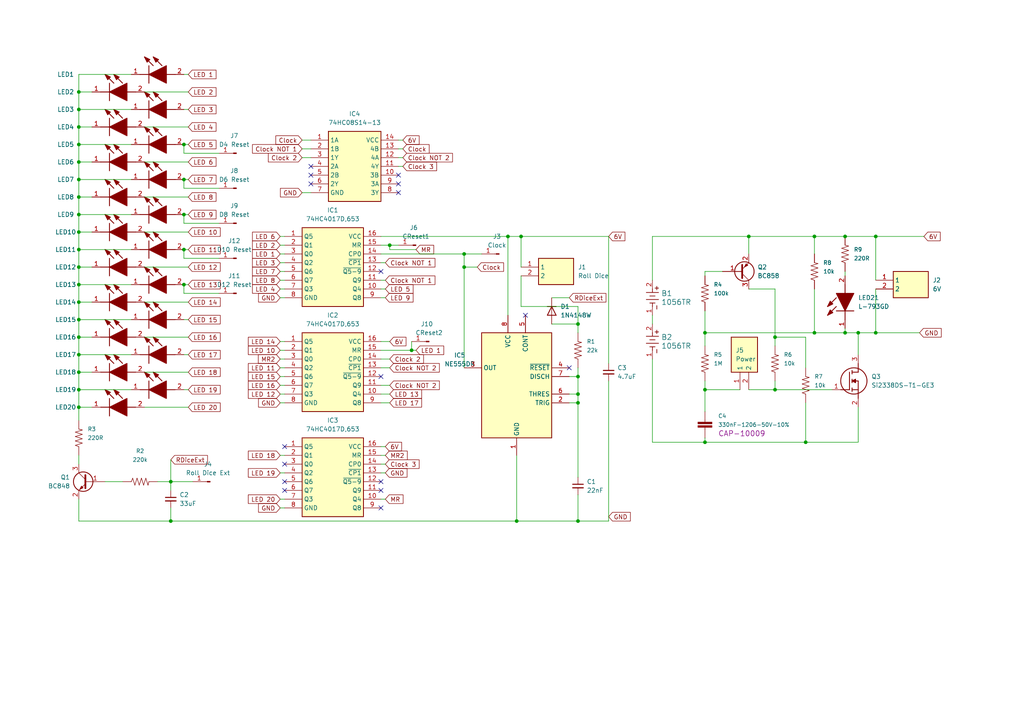
<source format=kicad_sch>
(kicad_sch (version 20230121) (generator eeschema)
  (paper "A4")
  (lib_symbols
    (symbol "CR1220 Holder:1056TR" (pin_names (offset 0.254))
      (property "Reference" "B" (at 4.826 3.81 0))
      (property "Value" "1056TR" (at 4.826 -3.81 0))
      (symbol "1056TR_0_1"
        (pin unspecified line (at 10.16 0 180) (length 2.54) (name "") (number "1"))
        (pin unspecified line (at 0 0 0) (length 2.54) (name "") (number "2"))
      )
    )
    (symbol "Connector:Conn_01x01_Pin" (pin_names (offset 1.016) hide)
      (property "Reference" "J" (at 0 2.54 0))
      (property "Value" "Conn_01x01_Pin" (at 0 -2.54 0))
      (symbol "Conn_01x01_Pin_1_1"
        (pin passive line (at 5.08 0 180) (length 3.81) (name "Pin_1") (number "1"))
      )
    )
    (symbol "Device:C_Small" (pin_numbers hide) (pin_names (offset 0.254) hide)
      (property "Reference" "C" (at 0.254 1.778 0))
      (property "Value" "C_Small" (at 0.254 -2.032 0))
      (symbol "C_Small_1_1"
        (pin passive line (at 0 2.54 270) (length 2.032) (name "~") (number "1"))
        (pin passive line (at 0 -2.54 90) (length 2.032) (name "~") (number "2"))
      )
    )
    (symbol "Diode:1N4148W" (pin_numbers hide) (pin_names hide)
      (property "Reference" "D" (at 0 2.54 0))
      (property "Value" "1N4148W" (at 0 -2.54 0))
      (symbol "1N4148W_1_1"
        (pin passive line (at -3.81 0 0) (length 2.54) (name "K") (number "1"))
        (pin passive line (at 3.81 0 180) (length 2.54) (name "A") (number "2"))
      )
    )
    (symbol "SamacSys_Parts:1776119-2"
      (property "Reference" "J" (at 16.51 7.62 0))
      (property "Value" "1776119-2" (at 16.51 5.08 0))
      (symbol "1776119-2_1_1"
        (pin passive line (at 0 0 0) (length 5.08) (name "1") (number "1"))
        (pin passive line (at 0 -2.54 0) (length 5.08) (name "2") (number "2"))
      )
    )
    (symbol "SamacSys_Parts:74HC08S14-13"
      (property "Reference" "IC" (at 21.59 7.62 0))
      (property "Value" "74HC08S14-13" (at 21.59 5.08 0))
      (symbol "74HC08S14-13_1_1"
        (pin passive line (at 0 0 0) (length 5.08) (name "1A") (number "1"))
        (pin passive line (at 25.4 -10.16 180) (length 5.08) (name "3B") (number "10"))
        (pin passive line (at 25.4 -7.62 180) (length 5.08) (name "4Y") (number "11"))
        (pin passive line (at 25.4 -5.08 180) (length 5.08) (name "4A") (number "12"))
        (pin passive line (at 25.4 -2.54 180) (length 5.08) (name "4B") (number "13"))
        (pin passive line (at 25.4 0 180) (length 5.08) (name "VCC") (number "14"))
        (pin passive line (at 0 -2.54 0) (length 5.08) (name "1B") (number "2"))
        (pin passive line (at 0 -5.08 0) (length 5.08) (name "1Y") (number "3"))
        (pin passive line (at 0 -7.62 0) (length 5.08) (name "2A") (number "4"))
        (pin passive line (at 0 -10.16 0) (length 5.08) (name "2B") (number "5"))
        (pin passive line (at 0 -12.7 0) (length 5.08) (name "2Y") (number "6"))
        (pin passive line (at 0 -15.24 0) (length 5.08) (name "GND") (number "7"))
        (pin passive line (at 25.4 -15.24 180) (length 5.08) (name "3Y") (number "8"))
        (pin passive line (at 25.4 -12.7 180) (length 5.08) (name "3A") (number "9"))
      )
    )
    (symbol "SamacSys_Parts:74HC4017D,653"
      (property "Reference" "IC" (at 24.13 7.62 0))
      (property "Value" "74HC4017D,653" (at 24.13 5.08 0))
      (symbol "74HC4017D,653_1_1"
        (pin passive line (at 0 0 0) (length 5.08) (name "Q5") (number "1"))
        (pin passive line (at 27.94 -15.24 180) (length 5.08) (name "Q4") (number "10"))
        (pin passive line (at 27.94 -12.7 180) (length 5.08) (name "Q9") (number "11"))
        (pin passive line (at 27.94 -10.16 180) (length 5.08) (name "~{Q5-9}") (number "12"))
        (pin passive line (at 27.94 -7.62 180) (length 5.08) (name "~{CP1}") (number "13"))
        (pin passive line (at 27.94 -5.08 180) (length 5.08) (name "CP0") (number "14"))
        (pin passive line (at 27.94 -2.54 180) (length 5.08) (name "MR") (number "15"))
        (pin passive line (at 27.94 0 180) (length 5.08) (name "VCC") (number "16"))
        (pin passive line (at 0 -2.54 0) (length 5.08) (name "Q1") (number "2"))
        (pin passive line (at 0 -5.08 0) (length 5.08) (name "Q0") (number "3"))
        (pin passive line (at 0 -7.62 0) (length 5.08) (name "Q2") (number "4"))
        (pin passive line (at 0 -10.16 0) (length 5.08) (name "Q6") (number "5"))
        (pin passive line (at 0 -12.7 0) (length 5.08) (name "Q7") (number "6"))
        (pin passive line (at 0 -15.24 0) (length 5.08) (name "Q3") (number "7"))
        (pin passive line (at 0 -17.78 0) (length 5.08) (name "GND") (number "8"))
        (pin passive line (at 27.94 -17.78 180) (length 5.08) (name "Q8") (number "9"))
      )
    )
    (symbol "SamacSys_Parts:L-793GD" (pin_names hide)
      (property "Reference" "LED" (at 12.7 8.89 0))
      (property "Value" "L-793GD" (at 12.7 6.35 0))
      (symbol "L-793GD_1_1"
        (pin passive line (at 0 0 0) (length 2.54) (name "K") (number "1"))
        (pin passive line (at 15.24 0 180) (length 2.54) (name "A") (number "2"))
      )
    )
    (symbol "SamacSys_Parts:NE555DR"
      (property "Reference" "IC" (at 26.67 15.24 0))
      (property "Value" "NE555DR" (at 26.67 12.7 0))
      (symbol "NE555DR_1_1"
        (pin passive line (at 15.24 -25.4 90) (length 5.08) (name "GND") (number "1"))
        (pin passive line (at 0 -10.16 0) (length 5.08) (name "TRIG") (number "2"))
        (pin passive line (at 30.48 0 180) (length 5.08) (name "OUT") (number "3"))
        (pin passive line (at 0 0 0) (length 5.08) (name "~{RESET}") (number "4"))
        (pin passive line (at 12.7 15.24 270) (length 5.08) (name "CONT") (number "5"))
        (pin passive line (at 0 -7.62 0) (length 5.08) (name "THRES") (number "6"))
        (pin passive line (at 0 -2.54 0) (length 5.08) (name "DISCH") (number "7"))
        (pin passive line (at 17.78 15.24 270) (length 5.08) (name "VCC") (number "8"))
      )
    )
    (symbol "SamacSys_Parts:Si2338DS-T1-GE3" (pin_names hide)
      (property "Reference" "Q" (at 11.43 3.81 0))
      (property "Value" "Si2338DS-T1-GE3" (at 11.43 1.27 0))
      (symbol "Si2338DS-T1-GE3_1_1"
        (pin input line (at 0 0 0) (length 2.54) (name "G") (number "1"))
        (pin bidirectional line (at 7.62 -5.08 90) (length 2.54) (name "S") (number "2"))
        (pin bidirectional line (at 7.62 10.16 270) (length 2.54) (name "D") (number "3"))
      )
    )
    (symbol "SparkFun-Capacitors:2.2UF-1206-50V-10%" (pin_numbers hide) (pin_names (offset 1.016) hide)
      (property "Reference" "C" (at 1.524 2.921 0))
      (property "Value" "2.2UF-1206-50V-10%" (at 1.524 -2.159 0))
      (property "Field4" "CAP-10009" (at 0 7.62 0))
      (symbol "2.2UF-1206-50V-10%_1_1"
        (pin passive line (at 0 5.08 270) (length 2.54) (name "1") (number "1"))
        (pin passive line (at 0 -2.54 90) (length 2.54) (name "2") (number "2"))
      )
    )
    (symbol "SparkFun-Resistors:RESISTOR1206" (pin_numbers hide) (pin_names (offset 1.016) hide)
      (property "Reference" "R" (at -5.08 1.27 0))
      (property "Value" "RESISTOR1206" (at -5.08 -3.81 0))
      (property "Field4" " " (at 0 5.08 0))
      (symbol "RESISTOR1206_1_1"
        (pin passive line (at -5.08 0 0) (length 2.54) (name "1") (number "1"))
        (pin passive line (at 5.08 0 180) (length 2.54) (name "2") (number "2"))
      )
    )
    (symbol "Transistor_BJT:BC848" (pin_names (offset 0) hide)
      (property "Reference" "Q" (at 5.08 1.905 0))
      (property "Value" "BC848" (at 5.08 0 0))
      (symbol "BC848_1_1"
        (pin input line (at -5.08 0 0) (length 5.715) (name "B") (number "1"))
        (pin passive line (at 2.54 -5.08 90) (length 2.54) (name "E") (number "2"))
        (pin passive line (at 2.54 5.08 270) (length 2.54) (name "C") (number "3"))
      )
    )
    (symbol "Transistor_BJT:BC858" (pin_names (offset 0) hide)
      (property "Reference" "Q" (at 5.08 1.905 0))
      (property "Value" "BC858" (at 5.08 0 0))
      (symbol "BC858_1_1"
        (pin input line (at -5.08 0 0) (length 5.715) (name "B") (number "1"))
        (pin passive line (at 2.54 -5.08 90) (length 2.54) (name "E") (number "2"))
        (pin passive line (at 2.54 5.08 270) (length 2.54) (name "C") (number "3"))
      )
    )
  )
  (junction (at 22.86 92.71))
  (junction (at 224.79 113.03))
  (junction (at 22.86 31.75))
  (junction (at 134.62 73.66))
  (junction (at 204.47 96.52))
  (junction (at 204.47 113.03))
  (junction (at 147.32 68.58))
  (junction (at 53.34 62.23))
  (junction (at 167.64 109.22))
  (junction (at 22.86 41.91))
  (junction (at 53.34 41.91))
  (junction (at 22.86 57.15))
  (junction (at 254 68.58))
  (junction (at 22.86 102.87))
  (junction (at 236.22 96.52))
  (junction (at 53.34 72.39))
  (junction (at 113.03 71.12))
  (junction (at 151.13 68.58))
  (junction (at 167.64 114.3))
  (junction (at 245.11 96.52))
  (junction (at 22.86 72.39))
  (junction (at 217.17 68.58))
  (junction (at 245.11 68.58))
  (junction (at 236.22 68.58))
  (junction (at 22.86 118.11))
  (junction (at 22.86 113.03))
  (junction (at 204.47 128.27))
  (junction (at 22.86 52.07))
  (junction (at 119.38 101.6))
  (junction (at 224.79 97.79))
  (junction (at 22.86 46.99))
  (junction (at 22.86 97.79))
  (junction (at 134.62 77.47))
  (junction (at 22.86 87.63))
  (junction (at 22.86 26.67))
  (junction (at 167.64 151.13))
  (junction (at 53.34 52.07))
  (junction (at 167.64 116.84))
  (junction (at 22.86 36.83))
  (junction (at 233.68 128.27))
  (junction (at 254 96.52))
  (junction (at 248.92 96.52))
  (junction (at 149.86 151.13))
  (junction (at 22.86 62.23))
  (junction (at 22.86 67.31))
  (junction (at 53.34 82.55))
  (junction (at 49.53 139.7))
  (junction (at 167.64 93.98))
  (junction (at 22.86 107.95))
  (junction (at 22.86 77.47))
  (junction (at 22.86 82.55))
  (junction (at 49.53 151.13))
  (no_connect (at 110.49 139.7))
  (no_connect (at 115.57 53.34))
  (no_connect (at 90.17 50.8))
  (no_connect (at 110.49 78.74))
  (no_connect (at 115.57 55.88))
  (no_connect (at 82.55 139.7))
  (no_connect (at 82.55 129.54))
  (no_connect (at 90.17 48.26))
  (no_connect (at 152.4 91.44))
  (no_connect (at 110.49 109.22))
  (no_connect (at 165.1 106.68))
  (no_connect (at 82.55 134.62))
  (no_connect (at 90.17 53.34))
  (no_connect (at 110.49 147.32))
  (no_connect (at 110.49 142.24))
  (no_connect (at 115.57 50.8))
  (no_connect (at 82.55 142.24))
  (wire (pts (xy 110.49 99.06) (xy 113.03 99.06)))
  (wire (pts (xy 81.28 86.36) (xy 82.55 86.36)))
  (wire (pts (xy 151.13 88.9) (xy 167.64 88.9)))
  (wire (pts (xy 81.28 132.08) (xy 82.55 132.08)))
  (wire (pts (xy 22.86 118.11) (xy 26.67 118.11)))
  (wire (pts (xy 245.11 68.58) (xy 236.22 68.58)))
  (wire (pts (xy 149.86 132.08) (xy 149.86 151.13)))
  (wire (pts (xy 22.86 92.71) (xy 22.86 97.79)))
  (wire (pts (xy 81.28 137.16) (xy 82.55 137.16)))
  (wire (pts (xy 41.91 57.15) (xy 54.61 57.15)))
  (wire (pts (xy 236.22 68.58) (xy 217.17 68.58)))
  (wire (pts (xy 113.03 72.39) (xy 113.03 71.12)))
  (wire (pts (xy 81.28 101.6) (xy 82.55 101.6)))
  (wire (pts (xy 53.34 44.45) (xy 53.34 41.91)))
  (wire (pts (xy 217.17 68.58) (xy 217.17 73.66)))
  (wire (pts (xy 236.22 83.82) (xy 236.22 96.52)))
  (wire (pts (xy 245.11 96.52) (xy 245.11 95.25)))
  (wire (pts (xy 176.53 151.13) (xy 167.64 151.13)))
  (wire (pts (xy 41.91 67.31) (xy 54.61 67.31)))
  (wire (pts (xy 254 96.52) (xy 266.7 96.52)))
  (wire (pts (xy 224.79 97.79) (xy 224.79 100.33)))
  (wire (pts (xy 22.86 52.07) (xy 38.1 52.07)))
  (wire (pts (xy 63.5 54.61) (xy 53.34 54.61)))
  (wire (pts (xy 81.28 144.78) (xy 82.55 144.78)))
  (wire (pts (xy 110.49 86.36) (xy 111.76 86.36)))
  (wire (pts (xy 110.49 83.82) (xy 111.76 83.82)))
  (wire (pts (xy 81.28 99.06) (xy 82.55 99.06)))
  (wire (pts (xy 189.23 68.58) (xy 189.23 81.28)))
  (wire (pts (xy 167.64 143.51) (xy 167.64 151.13)))
  (wire (pts (xy 165.1 114.3) (xy 167.64 114.3)))
  (wire (pts (xy 110.49 81.28) (xy 111.76 81.28)))
  (wire (pts (xy 147.32 68.58) (xy 147.32 91.44)))
  (wire (pts (xy 110.49 111.76) (xy 113.03 111.76)))
  (wire (pts (xy 22.86 46.99) (xy 22.86 52.07)))
  (wire (pts (xy 22.86 97.79) (xy 26.67 97.79)))
  (wire (pts (xy 81.28 68.58) (xy 82.55 68.58)))
  (wire (pts (xy 110.49 114.3) (xy 113.03 114.3)))
  (wire (pts (xy 53.34 102.87) (xy 54.61 102.87)))
  (wire (pts (xy 81.28 106.68) (xy 82.55 106.68)))
  (wire (pts (xy 233.68 97.79) (xy 233.68 106.68)))
  (wire (pts (xy 41.91 26.67) (xy 54.61 26.67)))
  (wire (pts (xy 41.91 46.99) (xy 54.61 46.99)))
  (wire (pts (xy 22.86 92.71) (xy 38.1 92.71)))
  (wire (pts (xy 134.62 73.66) (xy 134.62 77.47)))
  (wire (pts (xy 53.34 62.23) (xy 54.61 62.23)))
  (wire (pts (xy 22.86 77.47) (xy 26.67 77.47)))
  (wire (pts (xy 22.86 87.63) (xy 22.86 92.71)))
  (wire (pts (xy 22.86 97.79) (xy 22.86 102.87)))
  (wire (pts (xy 204.47 113.03) (xy 214.63 113.03)))
  (wire (pts (xy 22.86 113.03) (xy 22.86 118.11)))
  (wire (pts (xy 22.86 62.23) (xy 38.1 62.23)))
  (wire (pts (xy 134.62 77.47) (xy 134.62 106.68)))
  (wire (pts (xy 110.49 144.78) (xy 111.76 144.78)))
  (wire (pts (xy 49.53 139.7) (xy 49.53 142.24)))
  (wire (pts (xy 22.86 41.91) (xy 22.86 46.99)))
  (wire (pts (xy 204.47 113.03) (xy 204.47 119.38)))
  (wire (pts (xy 167.64 109.22) (xy 167.64 114.3)))
  (wire (pts (xy 49.53 147.32) (xy 49.53 151.13)))
  (wire (pts (xy 22.86 151.13) (xy 22.86 144.78)))
  (wire (pts (xy 233.68 128.27) (xy 248.92 128.27)))
  (wire (pts (xy 204.47 127) (xy 204.47 128.27)))
  (wire (pts (xy 167.64 106.68) (xy 167.64 109.22)))
  (wire (pts (xy 204.47 78.74) (xy 204.47 80.01)))
  (wire (pts (xy 22.86 67.31) (xy 22.86 72.39)))
  (wire (pts (xy 22.86 72.39) (xy 22.86 77.47)))
  (wire (pts (xy 22.86 132.08) (xy 22.86 134.62)))
  (wire (pts (xy 134.62 73.66) (xy 139.7 73.66)))
  (wire (pts (xy 22.86 41.91) (xy 38.1 41.91)))
  (wire (pts (xy 224.79 113.03) (xy 224.79 110.49)))
  (wire (pts (xy 165.1 109.22) (xy 167.64 109.22)))
  (wire (pts (xy 53.34 54.61) (xy 53.34 52.07)))
  (wire (pts (xy 81.28 114.3) (xy 82.55 114.3)))
  (wire (pts (xy 204.47 96.52) (xy 236.22 96.52)))
  (wire (pts (xy 138.43 77.47) (xy 134.62 77.47)))
  (wire (pts (xy 204.47 96.52) (xy 204.47 100.33)))
  (wire (pts (xy 22.86 107.95) (xy 22.86 113.03)))
  (wire (pts (xy 81.28 83.82) (xy 82.55 83.82)))
  (wire (pts (xy 22.86 72.39) (xy 38.1 72.39)))
  (wire (pts (xy 53.34 64.77) (xy 53.34 62.23)))
  (wire (pts (xy 22.86 82.55) (xy 22.86 87.63)))
  (wire (pts (xy 81.28 104.14) (xy 82.55 104.14)))
  (wire (pts (xy 224.79 97.79) (xy 233.68 97.79)))
  (wire (pts (xy 110.49 137.16) (xy 111.76 137.16)))
  (wire (pts (xy 49.53 151.13) (xy 22.86 151.13)))
  (wire (pts (xy 22.86 77.47) (xy 22.86 82.55)))
  (wire (pts (xy 53.34 85.09) (xy 53.34 82.55)))
  (wire (pts (xy 22.86 67.31) (xy 26.67 67.31)))
  (wire (pts (xy 53.34 41.91) (xy 54.61 41.91)))
  (wire (pts (xy 248.92 118.11) (xy 248.92 128.27)))
  (wire (pts (xy 209.55 78.74) (xy 204.47 78.74)))
  (wire (pts (xy 22.86 21.59) (xy 22.86 26.67)))
  (wire (pts (xy 22.86 87.63) (xy 26.67 87.63)))
  (wire (pts (xy 22.86 46.99) (xy 26.67 46.99)))
  (wire (pts (xy 53.34 74.93) (xy 53.34 72.39)))
  (wire (pts (xy 254 68.58) (xy 254 81.28)))
  (wire (pts (xy 116.84 48.26) (xy 115.57 48.26)))
  (wire (pts (xy 81.28 111.76) (xy 82.55 111.76)))
  (wire (pts (xy 41.91 77.47) (xy 54.61 77.47)))
  (wire (pts (xy 110.49 106.68) (xy 113.03 106.68)))
  (wire (pts (xy 110.49 132.08) (xy 111.76 132.08)))
  (wire (pts (xy 248.92 96.52) (xy 248.92 102.87)))
  (wire (pts (xy 49.53 151.13) (xy 149.86 151.13)))
  (wire (pts (xy 81.28 81.28) (xy 82.55 81.28)))
  (wire (pts (xy 241.3 113.03) (xy 224.79 113.03)))
  (wire (pts (xy 41.91 36.83) (xy 54.61 36.83)))
  (wire (pts (xy 245.11 78.74) (xy 245.11 80.01)))
  (wire (pts (xy 63.5 64.77) (xy 53.34 64.77)))
  (wire (pts (xy 110.49 134.62) (xy 111.76 134.62)))
  (wire (pts (xy 49.53 139.7) (xy 55.88 139.7)))
  (wire (pts (xy 119.38 99.06) (xy 119.38 101.6)))
  (wire (pts (xy 115.57 40.64) (xy 116.84 40.64)))
  (wire (pts (xy 189.23 128.27) (xy 204.47 128.27)))
  (wire (pts (xy 53.34 82.55) (xy 54.61 82.55)))
  (wire (pts (xy 217.17 68.58) (xy 189.23 68.58)))
  (wire (pts (xy 53.34 113.03) (xy 54.61 113.03)))
  (wire (pts (xy 63.5 85.09) (xy 53.34 85.09)))
  (wire (pts (xy 110.49 129.54) (xy 111.76 129.54)))
  (wire (pts (xy 81.28 147.32) (xy 82.55 147.32)))
  (wire (pts (xy 217.17 83.82) (xy 224.79 83.82)))
  (wire (pts (xy 217.17 113.03) (xy 224.79 113.03)))
  (wire (pts (xy 189.23 104.14) (xy 189.23 128.27)))
  (wire (pts (xy 176.53 68.58) (xy 176.53 105.41)))
  (wire (pts (xy 204.47 110.49) (xy 204.47 113.03)))
  (wire (pts (xy 245.11 68.58) (xy 254 68.58)))
  (wire (pts (xy 120.65 72.39) (xy 113.03 72.39)))
  (wire (pts (xy 63.5 74.93) (xy 53.34 74.93)))
  (wire (pts (xy 22.86 31.75) (xy 38.1 31.75)))
  (wire (pts (xy 22.86 57.15) (xy 26.67 57.15)))
  (wire (pts (xy 22.86 36.83) (xy 26.67 36.83)))
  (wire (pts (xy 110.49 68.58) (xy 147.32 68.58)))
  (wire (pts (xy 110.49 73.66) (xy 134.62 73.66)))
  (wire (pts (xy 167.64 114.3) (xy 167.64 116.84)))
  (wire (pts (xy 81.28 73.66) (xy 82.55 73.66)))
  (wire (pts (xy 81.28 71.12) (xy 82.55 71.12)))
  (wire (pts (xy 90.17 45.72) (xy 87.63 45.72)))
  (wire (pts (xy 22.86 52.07) (xy 22.86 57.15)))
  (wire (pts (xy 22.86 82.55) (xy 38.1 82.55)))
  (wire (pts (xy 236.22 68.58) (xy 236.22 73.66)))
  (wire (pts (xy 87.63 43.18) (xy 90.17 43.18)))
  (wire (pts (xy 41.91 97.79) (xy 54.61 97.79)))
  (wire (pts (xy 236.22 96.52) (xy 245.11 96.52)))
  (wire (pts (xy 167.64 116.84) (xy 167.64 138.43)))
  (wire (pts (xy 53.34 21.59) (xy 54.61 21.59)))
  (wire (pts (xy 41.91 118.11) (xy 54.61 118.11)))
  (wire (pts (xy 81.28 78.74) (xy 82.55 78.74)))
  (wire (pts (xy 254 68.58) (xy 267.97 68.58)))
  (wire (pts (xy 38.1 21.59) (xy 22.86 21.59)))
  (wire (pts (xy 151.13 68.58) (xy 147.32 68.58)))
  (wire (pts (xy 115.57 45.72) (xy 116.84 45.72)))
  (wire (pts (xy 204.47 128.27) (xy 233.68 128.27)))
  (wire (pts (xy 45.72 139.7) (xy 49.53 139.7)))
  (wire (pts (xy 167.64 116.84) (xy 165.1 116.84)))
  (wire (pts (xy 189.23 91.44) (xy 189.23 93.98)))
  (wire (pts (xy 81.28 76.2) (xy 82.55 76.2)))
  (wire (pts (xy 53.34 72.39) (xy 54.61 72.39)))
  (wire (pts (xy 233.68 116.84) (xy 233.68 128.27)))
  (wire (pts (xy 110.49 71.12) (xy 113.03 71.12)))
  (wire (pts (xy 22.86 62.23) (xy 22.86 67.31)))
  (wire (pts (xy 81.28 116.84) (xy 82.55 116.84)))
  (wire (pts (xy 53.34 31.75) (xy 54.61 31.75)))
  (wire (pts (xy 41.91 87.63) (xy 54.61 87.63)))
  (wire (pts (xy 151.13 68.58) (xy 151.13 77.47)))
  (wire (pts (xy 87.63 40.64) (xy 90.17 40.64)))
  (wire (pts (xy 224.79 83.82) (xy 224.79 97.79)))
  (wire (pts (xy 81.28 109.22) (xy 82.55 109.22)))
  (wire (pts (xy 113.03 71.12) (xy 115.57 71.12)))
  (wire (pts (xy 22.86 118.11) (xy 22.86 121.92)))
  (wire (pts (xy 22.86 107.95) (xy 26.67 107.95)))
  (wire (pts (xy 119.38 101.6) (xy 120.65 101.6)))
  (wire (pts (xy 30.48 139.7) (xy 35.56 139.7)))
  (wire (pts (xy 167.64 151.13) (xy 149.86 151.13)))
  (wire (pts (xy 151.13 80.01) (xy 151.13 88.9)))
  (wire (pts (xy 110.49 116.84) (xy 113.03 116.84)))
  (wire (pts (xy 49.53 133.35) (xy 49.53 139.7)))
  (wire (pts (xy 245.11 96.52) (xy 248.92 96.52)))
  (wire (pts (xy 22.86 113.03) (xy 38.1 113.03)))
  (wire (pts (xy 248.92 96.52) (xy 254 96.52)))
  (wire (pts (xy 87.63 55.88) (xy 90.17 55.88)))
  (wire (pts (xy 41.91 107.95) (xy 54.61 107.95)))
  (wire (pts (xy 22.86 57.15) (xy 22.86 62.23)))
  (wire (pts (xy 204.47 90.17) (xy 204.47 96.52)))
  (wire (pts (xy 53.34 52.07) (xy 54.61 52.07)))
  (wire (pts (xy 167.64 88.9) (xy 167.64 93.98)))
  (wire (pts (xy 22.86 102.87) (xy 38.1 102.87)))
  (wire (pts (xy 160.02 93.98) (xy 167.64 93.98)))
  (wire (pts (xy 176.53 110.49) (xy 176.53 151.13)))
  (wire (pts (xy 22.86 31.75) (xy 22.86 36.83)))
  (wire (pts (xy 22.86 102.87) (xy 22.86 107.95)))
  (wire (pts (xy 110.49 101.6) (xy 119.38 101.6)))
  (wire (pts (xy 176.53 68.58) (xy 151.13 68.58)))
  (wire (pts (xy 53.34 92.71) (xy 54.61 92.71)))
  (wire (pts (xy 160.02 86.36) (xy 165.1 86.36)))
  (wire (pts (xy 167.64 96.52) (xy 167.64 93.98)))
  (wire (pts (xy 22.86 26.67) (xy 26.67 26.67)))
  (wire (pts (xy 63.5 44.45) (xy 53.34 44.45)))
  (wire (pts (xy 110.49 76.2) (xy 111.76 76.2)))
  (wire (pts (xy 22.86 26.67) (xy 22.86 31.75)))
  (wire (pts (xy 22.86 36.83) (xy 22.86 41.91)))
  (wire (pts (xy 254 83.82) (xy 254 96.52)))
  (wire (pts (xy 115.57 43.18) (xy 116.84 43.18)))
  (wire (pts (xy 110.49 104.14) (xy 113.03 104.14)))
  (global_label "LED 19" (shape input) (at 81.28 137.16 180) (property "Intersheetrefs" "${INTERSHEET_REFS}" (effects hide)))
  (global_label "LED 10" (shape input) (at 81.28 101.6 180) (property "Intersheetrefs" "${INTERSHEET_REFS}" (effects hide)))
  (global_label "LED 9" (shape input) (at 111.76 86.36 0) (property "Intersheetrefs" "${INTERSHEET_REFS}" (effects hide)))
  (global_label "LED 9" (shape input) (at 54.61 62.23 0) (property "Intersheetrefs" "${INTERSHEET_REFS}" (effects hide)))
  (global_label "GND" (shape input) (at 111.76 137.16 0) (property "Intersheetrefs" "${INTERSHEET_REFS}" (effects hide)))
  (global_label "6V" (shape input) (at 267.97 68.58 0) (property "Intersheetrefs" "${INTERSHEET_REFS}" (effects hide)))
  (global_label "6V" (shape input) (at 113.03 99.06 0) (property "Intersheetrefs" "${INTERSHEET_REFS}" (effects hide)))
  (global_label "GND" (shape input) (at 176.53 149.86 0) (property "Intersheetrefs" "${INTERSHEET_REFS}" (effects hide)))
  (global_label "RDiceExt" (shape input) (at 165.1 86.36 0) (property "Intersheetrefs" "${INTERSHEET_REFS}" (effects hide)))
  (global_label "LED 5" (shape input) (at 111.76 83.82 0) (property "Intersheetrefs" "${INTERSHEET_REFS}" (effects hide)))
  (global_label "MR" (shape input) (at 120.65 72.39 0) (property "Intersheetrefs" "${INTERSHEET_REFS}" (effects hide)))
  (global_label "LED 3" (shape input) (at 81.28 76.2 180) (property "Intersheetrefs" "${INTERSHEET_REFS}" (effects hide)))
  (global_label "LED 4" (shape input) (at 54.61 36.83 0) (property "Intersheetrefs" "${INTERSHEET_REFS}" (effects hide)))
  (global_label "LED 2" (shape input) (at 54.61 26.67 0) (property "Intersheetrefs" "${INTERSHEET_REFS}" (effects hide)))
  (global_label "LED 5" (shape input) (at 54.61 41.91 0) (property "Intersheetrefs" "${INTERSHEET_REFS}" (effects hide)))
  (global_label "LED 14" (shape input) (at 81.28 99.06 180) (property "Intersheetrefs" "${INTERSHEET_REFS}" (effects hide)))
  (global_label "LED 13" (shape input) (at 54.61 82.55 0) (property "Intersheetrefs" "${INTERSHEET_REFS}" (effects hide)))
  (global_label "MR2" (shape input) (at 111.76 132.08 0) (property "Intersheetrefs" "${INTERSHEET_REFS}" (effects hide)))
  (global_label "Clock 2" (shape input) (at 87.63 45.72 180) (property "Intersheetrefs" "${INTERSHEET_REFS}" (effects hide)))
  (global_label "LED 15" (shape input) (at 81.28 109.22 180) (property "Intersheetrefs" "${INTERSHEET_REFS}" (effects hide)))
  (global_label "LED 15" (shape input) (at 54.61 92.71 0) (property "Intersheetrefs" "${INTERSHEET_REFS}" (effects hide)))
  (global_label "Clock 3" (shape input) (at 111.76 134.62 0) (property "Intersheetrefs" "${INTERSHEET_REFS}" (effects hide)))
  (global_label "MR" (shape input) (at 111.76 144.78 0) (property "Intersheetrefs" "${INTERSHEET_REFS}" (effects hide)))
  (global_label "LED 12" (shape input) (at 54.61 77.47 0) (property "Intersheetrefs" "${INTERSHEET_REFS}" (effects hide)))
  (global_label "6V" (shape input) (at 116.84 40.64 0) (property "Intersheetrefs" "${INTERSHEET_REFS}" (effects hide)))
  (global_label "LED 16" (shape input) (at 81.28 111.76 180) (property "Intersheetrefs" "${INTERSHEET_REFS}" (effects hide)))
  (global_label "GND" (shape input) (at 81.28 116.84 180) (property "Intersheetrefs" "${INTERSHEET_REFS}" (effects hide)))
  (global_label "LED 7" (shape input) (at 54.61 52.07 0) (property "Intersheetrefs" "${INTERSHEET_REFS}" (effects hide)))
  (global_label "Clock" (shape input) (at 116.84 43.18 0) (property "Intersheetrefs" "${INTERSHEET_REFS}" (effects hide)))
  (global_label "LED 1" (shape input) (at 120.65 101.6 0) (property "Intersheetrefs" "${INTERSHEET_REFS}" (effects hide)))
  (global_label "Clock NOT 1" (shape input) (at 87.63 43.18 180) (property "Intersheetrefs" "${INTERSHEET_REFS}" (effects hide)))
  (global_label "LED 18" (shape input) (at 81.28 132.08 180) (property "Intersheetrefs" "${INTERSHEET_REFS}" (effects hide)))
  (global_label "Clock NOT 2" (shape input) (at 113.03 111.76 0) (property "Intersheetrefs" "${INTERSHEET_REFS}" (effects hide)))
  (global_label "Clock 3" (shape input) (at 116.84 48.26 0) (property "Intersheetrefs" "${INTERSHEET_REFS}" (effects hide)))
  (global_label "6V" (shape input) (at 111.76 129.54 0) (property "Intersheetrefs" "${INTERSHEET_REFS}" (effects hide)))
  (global_label "GND" (shape input) (at 266.7 96.52 0) (property "Intersheetrefs" "${INTERSHEET_REFS}" (effects hide)))
  (global_label "LED 13" (shape input) (at 113.03 114.3 0) (property "Intersheetrefs" "${INTERSHEET_REFS}" (effects hide)))
  (global_label "Clock" (shape input) (at 87.63 40.64 180) (property "Intersheetrefs" "${INTERSHEET_REFS}" (effects hide)))
  (global_label "LED 11" (shape input) (at 54.61 72.39 0) (property "Intersheetrefs" "${INTERSHEET_REFS}" (effects hide)))
  (global_label "Clock NOT 2" (shape input) (at 113.03 106.68 0) (property "Intersheetrefs" "${INTERSHEET_REFS}" (effects hide)))
  (global_label "LED 10" (shape input) (at 54.61 67.31 0) (property "Intersheetrefs" "${INTERSHEET_REFS}" (effects hide)))
  (global_label "LED 1" (shape input) (at 81.28 73.66 180) (property "Intersheetrefs" "${INTERSHEET_REFS}" (effects hide)))
  (global_label "LED 4" (shape input) (at 81.28 83.82 180) (property "Intersheetrefs" "${INTERSHEET_REFS}" (effects hide)))
  (global_label "LED 17" (shape input) (at 54.61 102.87 0) (property "Intersheetrefs" "${INTERSHEET_REFS}" (effects hide)))
  (global_label "LED 8" (shape input) (at 54.61 57.15 0) (property "Intersheetrefs" "${INTERSHEET_REFS}" (effects hide)))
  (global_label "Clock NOT 2" (shape input) (at 116.84 45.72 0) (property "Intersheetrefs" "${INTERSHEET_REFS}" (effects hide)))
  (global_label "LED 20" (shape input) (at 54.61 118.11 0) (property "Intersheetrefs" "${INTERSHEET_REFS}" (effects hide)))
  (global_label "Clock NOT 1" (shape input) (at 111.76 81.28 0) (property "Intersheetrefs" "${INTERSHEET_REFS}" (effects hide)))
  (global_label "LED 12" (shape input) (at 81.28 114.3 180) (property "Intersheetrefs" "${INTERSHEET_REFS}" (effects hide)))
  (global_label "Clock NOT 1" (shape input) (at 111.76 76.2 0) (property "Intersheetrefs" "${INTERSHEET_REFS}" (effects hide)))
  (global_label "LED 14" (shape input) (at 54.61 87.63 0) (property "Intersheetrefs" "${INTERSHEET_REFS}" (effects hide)))
  (global_label "LED 3" (shape input) (at 54.61 31.75 0) (property "Intersheetrefs" "${INTERSHEET_REFS}" (effects hide)))
  (global_label "LED 19" (shape input) (at 54.61 113.03 0) (property "Intersheetrefs" "${INTERSHEET_REFS}" (effects hide)))
  (global_label "GND" (shape input) (at 81.28 147.32 180) (property "Intersheetrefs" "${INTERSHEET_REFS}" (effects hide)))
  (global_label "GND" (shape input) (at 81.28 86.36 180) (property "Intersheetrefs" "${INTERSHEET_REFS}" (effects hide)))
  (global_label "RDiceExt" (shape input) (at 49.53 133.35 0) (property "Intersheetrefs" "${INTERSHEET_REFS}" (effects hide)))
  (global_label "GND" (shape input) (at 87.63 55.88 180) (property "Intersheetrefs" "${INTERSHEET_REFS}" (effects hide)))
  (global_label "6V" (shape input) (at 176.53 68.58 0) (property "Intersheetrefs" "${INTERSHEET_REFS}" (effects hide)))
  (global_label "Clock" (shape input) (at 138.43 77.47 0) (property "Intersheetrefs" "${INTERSHEET_REFS}" (effects hide)))
  (global_label "LED 6" (shape input) (at 81.28 68.58 180) (property "Intersheetrefs" "${INTERSHEET_REFS}" (effects hide)))
  (global_label "LED 20" (shape input) (at 81.28 144.78 180) (property "Intersheetrefs" "${INTERSHEET_REFS}" (effects hide)))
  (global_label "LED 2" (shape input) (at 81.28 71.12 180) (property "Intersheetrefs" "${INTERSHEET_REFS}" (effects hide)))
  (global_label "LED 16" (shape input) (at 54.61 97.79 0) (property "Intersheetrefs" "${INTERSHEET_REFS}" (effects hide)))
  (global_label "LED 11" (shape input) (at 81.28 106.68 180) (property "Intersheetrefs" "${INTERSHEET_REFS}" (effects hide)))
  (global_label "Clock 2" (shape input) (at 113.03 104.14 0) (property "Intersheetrefs" "${INTERSHEET_REFS}" (effects hide)))
  (global_label "LED 8" (shape input) (at 81.28 81.28 180) (property "Intersheetrefs" "${INTERSHEET_REFS}" (effects hide)))
  (global_label "LED 7" (shape input) (at 81.28 78.74 180) (property "Intersheetrefs" "${INTERSHEET_REFS}" (effects hide)))
  (global_label "LED 18" (shape input) (at 54.61 107.95 0) (property "Intersheetrefs" "${INTERSHEET_REFS}" (effects hide)))
  (global_label "MR2" (shape input) (at 81.28 104.14 180) (property "Intersheetrefs" "${INTERSHEET_REFS}" (effects hide)))
  (global_label "LED 17" (shape input) (at 113.03 116.84 0) (property "Intersheetrefs" "${INTERSHEET_REFS}" (effects hide)))
  (global_label "LED 1" (shape input) (at 54.61 21.59 0) (property "Intersheetrefs" "${INTERSHEET_REFS}" (effects hide)))
  (global_label "LED 6" (shape input) (at 54.61 46.99 0) (property "Intersheetrefs" "${INTERSHEET_REFS}" (effects hide)))
  (symbol (lib_id "Connector:Conn_01x01_Pin") (at 68.58 74.93 180) (unit 1)
    (property "Reference" "J12" (at 67.945 69.85 0))
    (property "Value" "D10 Reset" (at 67.945 72.39 0))
    (property "Footprint" "Connector_PinHeader_2.54mm:PinHeader_1x01_P2.54mm_Vertical" (effects hide))
  )
  (symbol (lib_id "SparkFun-Resistors:RESISTOR1206") (at 204.47 105.41 90) (unit 1)
    (property "Reference" "R5" (at 207.01 102.87 90) (effects (font (size 1.143 1.143)) (justify right)))
    (property "Value" "1M" (at 207.01 105.41 90) (effects (font (size 1.143 1.143)) (justify right)))
    (property "Footprint" "Resistor_SMD:R_1206_3216Metric" (effects hide))
    (property "Field4" " " (at 207.01 107.95 90) (effects (font (size 1.524 1.524)) (justify right)))
  )
  (symbol (lib_id "SamacSys_Parts:74HC4017D,653") (at 82.55 99.06 0) (unit 1)
    (property "Reference" "IC2" (at 96.52 91.44 0))
    (property "Value" "74HC4017D,653" (at 96.52 93.98 0))
    (property "Footprint" "SamacSys_Parts:SOIC127P600X175-16N" (effects hide))
    (property "Datasheet" "https://assets.nexperia.com/documents/data-sheet/74HC_HCT4017.pdf" (effects hide))
    (property "Height" "1.75" (effects hide))
    (property "Manufacturer_Name" "Nexperia" (effects hide))
    (property "Manufacturer_Part_Number" "74HC4017D,653" (effects hide))
  )
  (symbol (lib_id "SparkFun-Resistors:RESISTOR1206") (at 40.64 139.7 0) (unit 1)
    (property "Reference" "R2" (at 40.64 130.81 0) (effects (font (size 1.143 1.143))))
    (property "Value" "220k" (at 40.64 133.35 0) (effects (font (size 1.143 1.143))))
    (property "Footprint" "Resistor_SMD:R_1206_3216Metric" (effects hide))
    (property "Field4" " " (at 40.64 135.89 0) (effects (font (size 1.524 1.524))))
  )
  (symbol (lib_id "SamacSys_Parts:74HC08S14-13") (at 90.17 40.64 0) (unit 1)
    (property "Reference" "IC4" (at 102.87 33.02 0))
    (property "Value" "74HC08S14-13" (at 102.87 35.56 0))
    (property "Footprint" "SOIC127P600X173-14N" (effects hide))
    (property "Datasheet" "https://www.diodes.com/assets/Datasheets/74HC00.pdf" (effects hide))
    (property "Height" "1.73" (effects hide))
    (property "Manufacturer_Name" "Diodes Inc." (effects hide))
    (property "Manufacturer_Part_Number" "74HC08S14-13" (effects hide))
  )
  (symbol (lib_id "SamacSys_Parts:L-793GD") (at 26.67 46.99 0) (unit 1)
    (property "Reference" "LED6" (at 19.05 46.99 0))
    (property "Value" "L-793GD" (effects hide))
    (property "Footprint" "SamacSys_Parts:C503BBCNCV0Z0462" (effects hide))
    (property "Datasheet" "https://datasheet.datasheetarchive.com/originals/distributors/Datasheets-19/DSA-377207.pdf" (effects hide))
    (property "Height" "12.25" (effects hide))
    (property "Manufacturer_Name" "Kingbright" (effects hide))
    (property "Manufacturer_Part_Number" "L-793GD" (effects hide))
  )
  (symbol (lib_id "SamacSys_Parts:L-793GD") (at 26.67 36.83 0) (unit 1)
    (property "Reference" "LED4" (at 19.05 36.83 0))
    (property "Value" "L-793GD" (effects hide))
    (property "Footprint" "SamacSys_Parts:C503BBCNCV0Z0462" (effects hide))
    (property "Datasheet" "https://datasheet.datasheetarchive.com/originals/distributors/Datasheets-19/DSA-377207.pdf" (effects hide))
    (property "Height" "12.25" (effects hide))
    (property "Manufacturer_Name" "Kingbright" (effects hide))
    (property "Manufacturer_Part_Number" "L-793GD" (effects hide))
  )
  (symbol (lib_id "SamacSys_Parts:L-793GD") (at 38.1 21.59 0) (unit 1)
    (property "Reference" "LED1" (at 19.05 21.59 0))
    (property "Value" "L-793GD" (effects hide))
    (property "Footprint" "SamacSys_Parts:C503BBCNCV0Z0462" (effects hide))
    (property "Datasheet" "https://datasheet.datasheetarchive.com/originals/distributors/Datasheets-19/DSA-377207.pdf" (effects hide))
    (property "Height" "12.25" (effects hide))
    (property "Manufacturer_Name" "Kingbright" (effects hide))
    (property "Manufacturer_Part_Number" "L-793GD" (effects hide))
  )
  (symbol (lib_id "SparkFun-Resistors:RESISTOR1206") (at 167.64 101.6 90) (unit 1)
    (property "Reference" "R1" (at 170.18 99.06 90) (effects (font (size 1.143 1.143)) (justify right)))
    (property "Value" "22k" (at 170.18 101.6 90) (effects (font (size 1.143 1.143)) (justify right)))
    (property "Footprint" "Resistor_SMD:R_1206_3216Metric" (effects hide))
    (property "Field4" " " (at 170.18 104.14 90) (effects (font (size 1.524 1.524)) (justify right)))
  )
  (symbol (lib_id "SamacSys_Parts:74HC4017D,653") (at 82.55 129.54 0) (unit 1)
    (property "Reference" "IC3" (at 96.52 121.92 0))
    (property "Value" "74HC4017D,653" (at 96.52 124.46 0))
    (property "Footprint" "SamacSys_Parts:SOIC127P600X175-16N" (effects hide))
    (property "Datasheet" "https://assets.nexperia.com/documents/data-sheet/74HC_HCT4017.pdf" (effects hide))
    (property "Height" "1.75" (effects hide))
    (property "Manufacturer_Name" "Nexperia" (effects hide))
    (property "Manufacturer_Part_Number" "74HC4017D,653" (effects hide))
  )
  (symbol (lib_id "SamacSys_Parts:L-793GD") (at 245.11 95.25 90) (unit 1)
    (property "Reference" "LED21" (at 248.92 86.36 90) (effects (justify right)))
    (property "Value" "L-793GD" (at 248.92 88.9 90) (effects (justify right)))
    (property "Footprint" "SamacSys_Parts:C503BBCNCV0Z0462" (effects hide))
    (property "Datasheet" "https://datasheet.datasheetarchive.com/originals/distributors/Datasheets-19/DSA-377207.pdf" (effects hide))
    (property "Height" "12.25" (effects hide))
    (property "Manufacturer_Name" "Kingbright" (effects hide))
    (property "Manufacturer_Part_Number" "L-793GD" (effects hide))
  )
  (symbol (lib_id "SamacSys_Parts:L-793GD") (at 38.1 102.87 0) (unit 1)
    (property "Reference" "LED17" (at 19.05 102.87 0))
    (property "Value" "L-793GD" (effects hide))
    (property "Footprint" "SamacSys_Parts:C503BBCNCV0Z0462" (effects hide))
    (property "Datasheet" "https://datasheet.datasheetarchive.com/originals/distributors/Datasheets-19/DSA-377207.pdf" (effects hide))
    (property "Height" "12.25" (effects hide))
    (property "Manufacturer_Name" "Kingbright" (effects hide))
    (property "Manufacturer_Part_Number" "L-793GD" (effects hide))
  )
  (symbol (lib_id "SparkFun-Resistors:RESISTOR1206") (at 233.68 111.76 90) (unit 1)
    (property "Reference" "R7" (at 236.22 109.22 90) (effects (font (size 1.143 1.143)) (justify right)))
    (property "Value" "10k" (at 236.22 111.76 90) (effects (font (size 1.143 1.143)) (justify right)))
    (property "Footprint" "Resistor_SMD:R_1206_3216Metric" (effects hide))
    (property "Field4" " " (at 236.22 114.3 90) (effects (font (size 1.524 1.524)) (justify right)))
  )
  (symbol (lib_id "SamacSys_Parts:L-793GD") (at 26.67 87.63 0) (unit 1)
    (property "Reference" "LED14" (at 19.05 87.63 0))
    (property "Value" "L-793GD" (effects hide))
    (property "Footprint" "SamacSys_Parts:C503BBCNCV0Z0462" (effects hide))
    (property "Datasheet" "https://datasheet.datasheetarchive.com/originals/distributors/Datasheets-19/DSA-377207.pdf" (effects hide))
    (property "Height" "12.25" (effects hide))
    (property "Manufacturer_Name" "Kingbright" (effects hide))
    (property "Manufacturer_Part_Number" "L-793GD" (effects hide))
  )
  (symbol (lib_id "SparkFun-Resistors:RESISTOR1206") (at 224.79 105.41 90) (unit 1)
    (property "Reference" "R6" (at 227.33 102.87 90) (effects (font (size 1.143 1.143)) (justify right)))
    (property "Value" "10k" (at 227.33 105.41 90) (effects (font (size 1.143 1.143)) (justify right)))
    (property "Footprint" "Resistor_SMD:R_1206_3216Metric" (effects hide))
    (property "Field4" " " (at 227.33 107.95 90) (effects (font (size 1.524 1.524)) (justify right)))
  )
  (symbol (lib_id "SamacSys_Parts:L-793GD") (at 26.67 107.95 0) (unit 1)
    (property "Reference" "LED18" (at 19.05 107.95 0))
    (property "Value" "L-793GD" (effects hide))
    (property "Footprint" "SamacSys_Parts:C503BBCNCV0Z0462" (effects hide))
    (property "Datasheet" "https://datasheet.datasheetarchive.com/originals/distributors/Datasheets-19/DSA-377207.pdf" (effects hide))
    (property "Height" "12.25" (effects hide))
    (property "Manufacturer_Name" "Kingbright" (effects hide))
    (property "Manufacturer_Part_Number" "L-793GD" (effects hide))
  )
  (symbol (lib_id "Connector:Conn_01x01_Pin") (at 144.78 73.66 180) (unit 1)
    (property "Reference" "J3" (at 144.145 68.58 0))
    (property "Value" "Clock" (at 144.145 71.12 0))
    (property "Footprint" "Connector_PinHeader_2.54mm:PinHeader_1x01_P2.54mm_Vertical" (effects hide))
  )
  (symbol (lib_id "SamacSys_Parts:1776119-2") (at 254 81.28 0) (unit 1)
    (property "Reference" "J2" (at 270.51 81.28 0) (effects (justify left)))
    (property "Value" "6V" (at 270.51 83.82 0) (effects (justify left)))
    (property "Footprint" "SamacSys_Parts:17761192" (effects hide))
    (property "Datasheet" "https://www.te.com/commerce/DocumentDelivery/DDEController?Action=showdoc&DocId=Customer+Drawing%7F1776119%7FB7%7Fpdf%7FEnglish%7FENG_CD_1776119_B7.pdf%7F1776119-2" (effects hide))
    (property "Height" "10.15" (effects hide))
    (property "Manufacturer_Name" "TE Connectivity" (effects hide))
    (property "Manufacturer_Part_Number" "1776119-2" (effects hide))
  )
  (symbol (lib_id "SamacSys_Parts:L-793GD") (at 38.1 52.07 0) (unit 1)
    (property "Reference" "LED7" (at 19.05 52.07 0))
    (property "Value" "L-793GD" (effects hide))
    (property "Footprint" "SamacSys_Parts:C503BBCNCV0Z0462" (effects hide))
    (property "Datasheet" "https://datasheet.datasheetarchive.com/originals/distributors/Datasheets-19/DSA-377207.pdf" (effects hide))
    (property "Height" "12.25" (effects hide))
    (property "Manufacturer_Name" "Kingbright" (effects hide))
    (property "Manufacturer_Part_Number" "L-793GD" (effects hide))
  )
  (symbol (lib_id "SamacSys_Parts:74HC4017D,653") (at 82.55 68.58 0) (unit 1)
    (property "Reference" "IC1" (at 96.52 60.96 0))
    (property "Value" "74HC4017D,653" (at 96.52 63.5 0))
    (property "Footprint" "SamacSys_Parts:SOIC127P600X175-16N" (effects hide))
    (property "Datasheet" "https://assets.nexperia.com/documents/data-sheet/74HC_HCT4017.pdf" (effects hide))
    (property "Height" "1.75" (effects hide))
    (property "Manufacturer_Name" "Nexperia" (effects hide))
    (property "Manufacturer_Part_Number" "74HC4017D,653" (effects hide))
  )
  (symbol (lib_id "Connector:Conn_01x01_Pin") (at 68.58 64.77 180) (unit 1)
    (property "Reference" "J9" (at 67.945 59.69 0))
    (property "Value" "D8 Reset" (at 67.945 62.23 0))
    (property "Footprint" "Connector_PinHeader_2.54mm:PinHeader_1x01_P2.54mm_Vertical" (effects hide))
  )
  (symbol (lib_id "SparkFun-Resistors:RESISTOR1206") (at 22.86 127 90) (unit 1)
    (property "Reference" "R3" (at 25.4 124.46 90) (effects (font (size 1.143 1.143)) (justify right)))
    (property "Value" "220R" (at 25.4 127 90) (effects (font (size 1.143 1.143)) (justify right)))
    (property "Footprint" "Resistor_SMD:R_1206_3216Metric" (effects hide))
    (property "Field4" " " (at 25.4 129.54 90) (effects (font (size 1.524 1.524)) (justify right)))
  )
  (symbol (lib_id "CR1220 Holder:1056TR") (at 189.23 81.28 270) (unit 1)
    (property "Reference" "B1" (at 191.77 85.09 90) (effects (font (size 1.524 1.524)) (justify left)))
    (property "Value" "1056TR" (at 191.77 87.63 90) (effects (font (size 1.524 1.524)) (justify left)))
    (property "Footprint" "SamacSys_Parts:1056TR" (effects hide))
    (property "Datasheet" "1056TR" (effects hide))
  )
  (symbol (lib_id "Transistor_BJT:BC848") (at 25.4 139.7 0) (mirror y) (unit 1)
    (property "Reference" "Q1" (at 20.32 138.43 0) (effects (justify left)))
    (property "Value" "BC848" (at 20.32 140.97 0) (effects (justify left)))
    (property "Footprint" "Package_TO_SOT_SMD:SOT-23" (effects hide))
    (property "Datasheet" "http://www.infineon.com/dgdl/Infineon-BC847SERIES_BC848SERIES_BC849SERIES_BC850SERIES-DS-v01_01-en.pdf?fileId=db3a304314dca389011541d4630a1657" (effects hide))
  )
  (symbol (lib_id "SamacSys_Parts:NE555DR") (at 165.1 106.68 0) (mirror y) (unit 1)
    (property "Reference" "IC5" (at 133.35 103.0321 0))
    (property "Value" "NE555DR" (at 133.35 105.5721 0))
    (property "Footprint" "SamacSys_Parts:SOIC127P600X175-8N" (effects hide))
    (property "Datasheet" "https: //www.ti.com/lit/gpn/ne555" (effects hide))
    (property "Height" "1.75" (effects hide))
    (property "Manufacturer_Name" "Texas Instruments" (effects hide))
    (property "Manufacturer_Part_Number" "NE555DR" (effects hide))
    (property "Mouser Part Number" "595-NE555DR" (effects hide))
    (property "Mouser Price/Stock" "https://www.mouser.co.uk/ProductDetail/Texas-Instruments/NE555DR?qs=gb35HGp1gQJ5U8ZthvvoVQ%3D%3D" (effects hide))
    (property "Arrow Part Number" "NE555DR" (effects hide))
    (property "Arrow Price/Stock" "https://www.arrow.com/en/products/ne555dr/texas-instruments?region=nac" (effects hide))
  )
  (symbol (lib_id "SamacSys_Parts:L-793GD") (at 26.67 118.11 0) (unit 1)
    (property "Reference" "LED20" (at 19.05 118.11 0))
    (property "Value" "L-793GD" (effects hide))
    (property "Footprint" "SamacSys_Parts:C503BBCNCV0Z0462" (effects hide))
    (property "Datasheet" "https://datasheet.datasheetarchive.com/originals/distributors/Datasheets-19/DSA-377207.pdf" (effects hide))
    (property "Height" "12.25" (effects hide))
    (property "Manufacturer_Name" "Kingbright" (effects hide))
    (property "Manufacturer_Part_Number" "L-793GD" (effects hide))
  )
  (symbol (lib_id "SparkFun-Resistors:RESISTOR1206") (at 236.22 78.74 90) (unit 1)
    (property "Reference" "R8" (at 238.76 76.2 90) (effects (font (size 1.143 1.143)) (justify right)))
    (property "Value" "10k" (at 238.76 78.74 90) (effects (font (size 1.143 1.143)) (justify right)))
    (property "Footprint" "Resistor_SMD:R_1206_3216Metric" (effects hide))
    (property "Field4" " " (at 238.76 81.28 90) (effects (font (size 1.524 1.524)) (justify right)))
  )
  (symbol (lib_id "SamacSys_Parts:L-793GD") (at 38.1 92.71 0) (unit 1)
    (property "Reference" "LED15" (at 19.05 92.71 0))
    (property "Value" "L-793GD" (effects hide))
    (property "Footprint" "SamacSys_Parts:C503BBCNCV0Z0462" (effects hide))
    (property "Datasheet" "https://datasheet.datasheetarchive.com/originals/distributors/Datasheets-19/DSA-377207.pdf" (effects hide))
    (property "Height" "12.25" (effects hide))
    (property "Manufacturer_Name" "Kingbright" (effects hide))
    (property "Manufacturer_Part_Number" "L-793GD" (effects hide))
  )
  (symbol (lib_id "Connector:Conn_01x01_Pin") (at 68.58 54.61 180) (unit 1)
    (property "Reference" "J8" (at 67.945 49.53 0))
    (property "Value" "D6 Reset" (at 67.945 52.07 0))
    (property "Footprint" "Connector_PinHeader_2.54mm:PinHeader_1x01_P2.54mm_Vertical" (effects hide))
  )
  (symbol (lib_id "SamacSys_Parts:L-793GD") (at 38.1 41.91 0) (unit 1)
    (property "Reference" "LED5" (at 19.05 41.91 0))
    (property "Value" "L-793GD" (effects hide))
    (property "Footprint" "SamacSys_Parts:C503BBCNCV0Z0462" (effects hide))
    (property "Datasheet" "https://datasheet.datasheetarchive.com/originals/distributors/Datasheets-19/DSA-377207.pdf" (effects hide))
    (property "Height" "12.25" (effects hide))
    (property "Manufacturer_Name" "Kingbright" (effects hide))
    (property "Manufacturer_Part_Number" "L-793GD" (effects hide))
  )
  (symbol (lib_id "SamacSys_Parts:L-793GD") (at 26.67 67.31 0) (unit 1)
    (property "Reference" "LED10" (at 19.05 67.31 0))
    (property "Value" "L-793GD" (effects hide))
    (property "Footprint" "SamacSys_Parts:C503BBCNCV0Z0462" (effects hide))
    (property "Datasheet" "https://datasheet.datasheetarchive.com/originals/distributors/Datasheets-19/DSA-377207.pdf" (effects hide))
    (property "Height" "12.25" (effects hide))
    (property "Manufacturer_Name" "Kingbright" (effects hide))
    (property "Manufacturer_Part_Number" "L-793GD" (effects hide))
  )
  (symbol (lib_id "SamacSys_Parts:L-793GD") (at 26.67 26.67 0) (unit 1)
    (property "Reference" "LED2" (at 19.05 26.67 0))
    (property "Value" "L-793GD" (effects hide))
    (property "Footprint" "SamacSys_Parts:C503BBCNCV0Z0462" (effects hide))
    (property "Datasheet" "https://datasheet.datasheetarchive.com/originals/distributors/Datasheets-19/DSA-377207.pdf" (effects hide))
    (property "Height" "12.25" (effects hide))
    (property "Manufacturer_Name" "Kingbright" (effects hide))
    (property "Manufacturer_Part_Number" "L-793GD" (effects hide))
  )
  (symbol (lib_id "SamacSys_Parts:L-793GD") (at 38.1 62.23 0) (unit 1)
    (property "Reference" "LED9" (at 19.05 62.23 0))
    (property "Value" "L-793GD" (effects hide))
    (property "Footprint" "SamacSys_Parts:C503BBCNCV0Z0462" (effects hide))
    (property "Datasheet" "https://datasheet.datasheetarchive.com/originals/distributors/Datasheets-19/DSA-377207.pdf" (effects hide))
    (property "Height" "12.25" (effects hide))
    (property "Manufacturer_Name" "Kingbright" (effects hide))
    (property "Manufacturer_Part_Number" "L-793GD" (effects hide))
  )
  (symbol (lib_id "Diode:1N4148W") (at 160.02 90.17 270) (unit 1)
    (property "Reference" "D1" (at 162.56 88.9 90) (effects (justify left)))
    (property "Value" "1N4148W" (at 162.56 91.44 90) (effects (justify left)))
    (property "Footprint" "Diode_SMD:D_SOD-123" (effects hide))
    (property "Datasheet" "https://www.vishay.com/docs/85748/1n4148w.pdf" (effects hide))
    (property "Sim.Device" "D" (effects hide))
    (property "Sim.Pins" "1=K 2=A" (effects hide))
  )
  (symbol (lib_id "Connector:Conn_01x01_Pin") (at 68.58 85.09 180) (unit 1)
    (property "Reference" "J11" (at 67.945 80.01 0))
    (property "Value" "D12 Reset" (at 67.945 82.55 0))
    (property "Footprint" "Connector_PinHeader_2.54mm:PinHeader_1x01_P2.54mm_Vertical" (effects hide))
  )
  (symbol (lib_id "Transistor_BJT:BC858") (at 214.63 78.74 0) (mirror x) (unit 1)
    (property "Reference" "Q2" (at 219.71 77.47 0) (effects (justify left)))
    (property "Value" "BC858" (at 219.71 80.01 0) (effects (justify left)))
    (property "Footprint" "Package_TO_SOT_SMD:SOT-23" (effects hide))
    (property "Datasheet" "https://www.onsemi.com/pub/Collateral/BC860-D.pdf" (effects hide))
  )
  (symbol (lib_id "Connector:Conn_01x01_Pin") (at 120.65 71.12 180) (unit 1)
    (property "Reference" "J6" (at 120.015 66.04 0))
    (property "Value" "CReset1" (at 120.65 68.58 0))
    (property "Footprint" "Connector_PinHeader_2.54mm:PinHeader_1x01_P2.54mm_Vertical" (effects hide))
  )
  (symbol (lib_id "SparkFun-Capacitors:2.2UF-1206-50V-10%") (at 204.47 121.92 180) (unit 1)
    (property "Reference" "C4" (at 208.28 120.65 0) (effects (font (size 1.143 1.143)) (justify right)))
    (property "Value" "330nF-1206-50V-10%" (at 208.28 123.19 0) (effects (font (size 1.143 1.143)) (justify right)))
    (property "Footprint" "Capacitor_SMD:C_1206_3216Metric" (effects hide))
    (property "Field4" "CAP-10009" (at 208.28 125.73 0) (effects (font (size 1.524 1.524)) (justify right)))
  )
  (symbol (lib_id "Device:C_Small") (at 167.64 140.97 0) (unit 1)
    (property "Reference" "C1" (at 170.18 139.7063 0) (effects (justify left)))
    (property "Value" "22nF" (at 170.18 142.2463 0) (effects (justify left)))
    (property "Footprint" "Capacitor_SMD:C_1206_3216Metric" (effects hide))
  )
  (symbol (lib_id "Device:C_Small") (at 49.53 144.78 0) (unit 1)
    (property "Reference" "C2" (at 52.07 143.5163 0) (effects (justify left)))
    (property "Value" "33uF" (at 52.07 146.0563 0) (effects (justify left)))
    (property "Footprint" "Capacitor_SMD:C_1206_3216Metric" (effects hide))
  )
  (symbol (lib_id "SamacSys_Parts:L-793GD") (at 26.67 97.79 0) (unit 1)
    (property "Reference" "LED16" (at 19.05 97.79 0))
    (property "Value" "L-793GD" (effects hide))
    (property "Footprint" "SamacSys_Parts:C503BBCNCV0Z0462" (effects hide))
    (property "Datasheet" "https://datasheet.datasheetarchive.com/originals/distributors/Datasheets-19/DSA-377207.pdf" (effects hide))
    (property "Height" "12.25" (effects hide))
    (property "Manufacturer_Name" "Kingbright" (effects hide))
    (property "Manufacturer_Part_Number" "L-793GD" (effects hide))
  )
  (symbol (lib_id "SamacSys_Parts:L-793GD") (at 26.67 57.15 0) (unit 1)
    (property "Reference" "LED8" (at 19.05 57.15 0))
    (property "Value" "L-793GD" (effects hide))
    (property "Footprint" "SamacSys_Parts:C503BBCNCV0Z0462" (effects hide))
    (property "Datasheet" "https://datasheet.datasheetarchive.com/originals/distributors/Datasheets-19/DSA-377207.pdf" (effects hide))
    (property "Height" "12.25" (effects hide))
    (property "Manufacturer_Name" "Kingbright" (effects hide))
    (property "Manufacturer_Part_Number" "L-793GD" (effects hide))
  )
  (symbol (lib_id "CR1220 Holder:1056TR") (at 189.23 93.98 270) (unit 1)
    (property "Reference" "B2" (at 191.77 97.79 90) (effects (font (size 1.524 1.524)) (justify left)))
    (property "Value" "1056TR" (at 191.77 100.33 90) (effects (font (size 1.524 1.524)) (justify left)))
    (property "Footprint" "SamacSys_Parts:1056TR" (effects hide))
    (property "Datasheet" "1056TR" (effects hide))
  )
  (symbol (lib_id "SamacSys_Parts:L-793GD") (at 38.1 82.55 0) (unit 1)
    (property "Reference" "LED13" (at 19.05 82.55 0))
    (property "Value" "L-793GD" (effects hide))
    (property "Footprint" "SamacSys_Parts:C503BBCNCV0Z0462" (effects hide))
    (property "Datasheet" "https://datasheet.datasheetarchive.com/originals/distributors/Datasheets-19/DSA-377207.pdf" (effects hide))
    (property "Height" "12.25" (effects hide))
    (property "Manufacturer_Name" "Kingbright" (effects hide))
    (property "Manufacturer_Part_Number" "L-793GD" (effects hide))
  )
  (symbol (lib_id "Connector:Conn_01x01_Pin") (at 124.46 99.06 180) (unit 1)
    (property "Reference" "J10" (at 123.825 93.98 0))
    (property "Value" "CReset2" (at 124.46 96.52 0))
    (property "Footprint" "Connector_PinHeader_2.54mm:PinHeader_1x01_P2.54mm_Vertical" (effects hide))
  )
  (symbol (lib_id "SamacSys_Parts:L-793GD") (at 26.67 77.47 0) (unit 1)
    (property "Reference" "LED12" (at 19.05 77.47 0))
    (property "Value" "L-793GD" (effects hide))
    (property "Footprint" "SamacSys_Parts:C503BBCNCV0Z0462" (effects hide))
    (property "Datasheet" "https://datasheet.datasheetarchive.com/originals/distributors/Datasheets-19/DSA-377207.pdf" (effects hide))
    (property "Height" "12.25" (effects hide))
    (property "Manufacturer_Name" "Kingbright" (effects hide))
    (property "Manufacturer_Part_Number" "L-793GD" (effects hide))
  )
  (symbol (lib_id "SparkFun-Resistors:RESISTOR1206") (at 204.47 85.09 90) (unit 1)
    (property "Reference" "R4" (at 207.01 82.55 90) (effects (font (size 1.143 1.143)) (justify right)))
    (property "Value" "100k" (at 207.01 85.09 90) (effects (font (size 1.143 1.143)) (justify right)))
    (property "Footprint" "Resistor_SMD:R_1206_3216Metric" (effects hide))
    (property "Field4" " " (at 207.01 87.63 90) (effects (font (size 1.524 1.524)) (justify right)))
  )
  (symbol (lib_id "Connector:Conn_01x01_Pin") (at 60.96 139.7 180) (unit 1)
    (property "Reference" "J4" (at 60.325 134.62 0))
    (property "Value" "Roll Dice Ext" (at 60.325 137.16 0))
    (property "Footprint" "Connector_PinHeader_2.54mm:PinHeader_1x01_P2.54mm_Vertical" (effects hide))
  )
  (symbol (lib_id "SamacSys_Parts:L-793GD") (at 38.1 113.03 0) (unit 1)
    (property "Reference" "LED19" (at 19.05 113.03 0))
    (property "Value" "L-793GD" (effects hide))
    (property "Footprint" "SamacSys_Parts:C503BBCNCV0Z0462" (effects hide))
    (property "Datasheet" "https://datasheet.datasheetarchive.com/originals/distributors/Datasheets-19/DSA-377207.pdf" (effects hide))
    (property "Height" "12.25" (effects hide))
    (property "Manufacturer_Name" "Kingbright" (effects hide))
    (property "Manufacturer_Part_Number" "L-793GD" (effects hide))
  )
  (symbol (lib_id "SamacSys_Parts:1776119-2") (at 151.13 77.47 0) (unit 1)
    (property "Reference" "J1" (at 167.64 77.47 0) (effects (justify left)))
    (property "Value" "Roll Dice" (at 167.64 80.01 0) (effects (justify left)))
    (property "Footprint" "SamacSys_Parts:17761192" (effects hide))
    (property "Datasheet" "https://www.te.com/commerce/DocumentDelivery/DDEController?Action=showdoc&DocId=Customer+Drawing%7F1776119%7FB7%7Fpdf%7FEnglish%7FENG_CD_1776119_B7.pdf%7F1776119-2" (effects hide))
    (property "Height" "10.15" (effects hide))
    (property "Manufacturer_Name" "TE Connectivity" (effects hide))
    (property "Manufacturer_Part_Number" "1776119-2" (effects hide))
  )
  (symbol (lib_id "Device:C_Small") (at 176.53 107.95 0) (unit 1)
    (property "Reference" "C3" (at 179.07 106.6863 0) (effects (justify left)))
    (property "Value" "4.7uF" (at 179.07 109.2263 0) (effects (justify left)))
    (property "Footprint" "Capacitor_SMD:C_1206_3216Metric" (effects hide))
  )
  (symbol (lib_id "SamacSys_Parts:Si2338DS-T1-GE3") (at 241.3 113.03 0) (unit 1)
    (property "Reference" "Q3" (at 252.73 109.22 0) (effects (justify left)))
    (property "Value" "Si2338DS-T1-GE3" (at 252.73 111.76 0) (effects (justify left)))
    (property "Footprint" "SamacSys_Parts:SOT95P237X112-3N" (effects hide))
    (property "Height" "1.12" (effects hide))
    (property "Manufacturer_Name" "Vishay" (effects hide))
    (property "Manufacturer_Part_Number" "Si2338DS-T1-GE3" (effects hide))
  )
  (symbol (lib_id "SamacSys_Parts:1776119-2") (at 214.63 113.03 90) (unit 1)
    (property "Reference" "J5" (at 213.36 101.6 90) (effects (justify right)))
    (property "Value" "Power" (at 213.36 104.14 90) (effects (justify right)))
    (property "Footprint" "SamacSys_Parts:17761192" (effects hide))
    (property "Datasheet" "https://www.te.com/commerce/DocumentDelivery/DDEController?Action=showdoc&DocId=Customer+Drawing%7F1776119%7FB7%7Fpdf%7FEnglish%7FENG_CD_1776119_B7.pdf%7F1776119-2" (effects hide))
    (property "Height" "10.15" (effects hide))
    (property "Manufacturer_Name" "TE Connectivity" (effects hide))
    (property "Manufacturer_Part_Number" "1776119-2" (effects hide))
  )
  (symbol (lib_id "SamacSys_Parts:L-793GD") (at 38.1 72.39 0) (unit 1)
    (property "Reference" "LED11" (at 19.05 72.39 0))
    (property "Value" "L-793GD" (effects hide))
    (property "Footprint" "SamacSys_Parts:C503BBCNCV0Z0462" (effects hide))
    (property "Datasheet" "https://datasheet.datasheetarchive.com/originals/distributors/Datasheets-19/DSA-377207.pdf" (effects hide))
    (property "Height" "12.25" (effects hide))
    (property "Manufacturer_Name" "Kingbright" (effects hide))
    (property "Manufacturer_Part_Number" "L-793GD" (effects hide))
  )
  (symbol (lib_id "SparkFun-Resistors:RESISTOR1206") (at 245.11 73.66 90) (unit 1)
    (property "Reference" "R9" (at 247.65 72.39 90) (effects (font (size 1.143 1.143)) (justify right)))
    (property "Value" "220R" (at 247.65 74.93 90) (effects (font (size 1.143 1.143)) (justify right)))
    (property "Footprint" "Resistor_SMD:R_1206_3216Metric" (effects hide))
    (property "Field4" " " (at 247.65 85.09 90) (effects (font (size 1.524 1.524)) (justify right)))
  )
  (symbol (lib_id "Connector:Conn_01x01_Pin") (at 68.58 44.45 180) (unit 1)
    (property "Reference" "J7" (at 67.945 39.37 0))
    (property "Value" "D4 Reset" (at 67.945 41.91 0))
    (property "Footprint" "Connector_PinHeader_2.54mm:PinHeader_1x01_P2.54mm_Vertical" (effects hide))
  )
  (symbol (lib_id "SamacSys_Parts:L-793GD") (at 38.1 31.75 0) (unit 1)
    (property "Reference" "LED3" (at 19.05 31.75 0))
    (property "Value" "L-793GD" (effects hide))
    (property "Footprint" "SamacSys_Parts:C503BBCNCV0Z0462" (effects hide))
    (property "Datasheet" "https://datasheet.datasheetarchive.com/originals/distributors/Datasheets-19/DSA-377207.pdf" (effects hide))
    (property "Height" "12.25" (effects hide))
    (property "Manufacturer_Name" "Kingbright" (effects hide))
    (property "Manufacturer_Part_Number" "L-793GD" (effects hide))
  )
)
</source>
